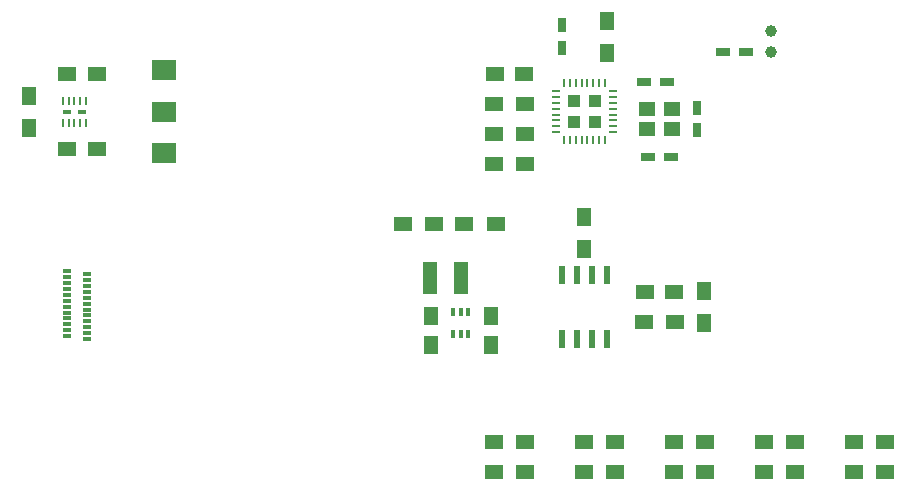
<source format=gbr>
G04 #@! TF.FileFunction,Paste,Top*
%FSLAX46Y46*%
G04 Gerber Fmt 4.6, Leading zero omitted, Abs format (unit mm)*
G04 Created by KiCad (PCBNEW 4.0.7) date 03/27/18 03:46:25*
%MOMM*%
%LPD*%
G01*
G04 APERTURE LIST*
%ADD10C,0.100000*%
%ADD11C,1.000000*%
%ADD12R,2.000000X1.700000*%
%ADD13R,1.250000X1.500000*%
%ADD14R,1.500000X1.250000*%
%ADD15R,0.750000X1.200000*%
%ADD16R,1.200000X0.750000*%
%ADD17R,1.500000X1.300000*%
%ADD18R,0.700000X0.300000*%
%ADD19R,1.200000X2.700000*%
%ADD20R,1.300000X1.500000*%
%ADD21R,0.250000X0.700000*%
%ADD22R,0.720000X0.384000*%
%ADD23R,0.600000X1.550000*%
%ADD24R,0.700000X0.250000*%
%ADD25R,1.035000X1.035000*%
%ADD26R,1.400000X1.200000*%
%ADD27R,0.400000X0.700000*%
G04 APERTURE END LIST*
D10*
D11*
X178355000Y-80010000D03*
X178355000Y-78235000D03*
D12*
X127000000Y-81590000D03*
X127000000Y-85090000D03*
X127000000Y-88590000D03*
D13*
X149523701Y-102353393D03*
X149523701Y-104853393D03*
D14*
X121265000Y-81915000D03*
X118765000Y-81915000D03*
D13*
X154603701Y-102373393D03*
X154603701Y-104873393D03*
D14*
X121265000Y-88265000D03*
X118765000Y-88265000D03*
D15*
X172085000Y-84775000D03*
X172085000Y-86675000D03*
D16*
X167960000Y-88900000D03*
X169860000Y-88900000D03*
D14*
X167660000Y-100330000D03*
X170160000Y-100330000D03*
D16*
X169540000Y-82550000D03*
X167640000Y-82550000D03*
X176210000Y-80010000D03*
X174310000Y-80010000D03*
D14*
X157460000Y-81915000D03*
X154960000Y-81915000D03*
D15*
X160655000Y-79690000D03*
X160655000Y-77790000D03*
D17*
X154860000Y-115570000D03*
X157560000Y-115570000D03*
X162480000Y-115570000D03*
X165180000Y-115570000D03*
X170100000Y-115570000D03*
X172800000Y-115570000D03*
X177720000Y-115570000D03*
X180420000Y-115570000D03*
X185340000Y-115570000D03*
X188040000Y-115570000D03*
D18*
X120445000Y-98850000D03*
X120445000Y-99350000D03*
X120445000Y-99850000D03*
X120445000Y-100350000D03*
X120445000Y-100850000D03*
X120445000Y-101350000D03*
X120445000Y-101850000D03*
X120445000Y-104350000D03*
X120445000Y-103350000D03*
X120445000Y-102850000D03*
X120445000Y-102350000D03*
X120445000Y-103850000D03*
X118745000Y-104100000D03*
X118745000Y-103600000D03*
X118745000Y-103100000D03*
X118745000Y-102600000D03*
X118745000Y-102100000D03*
X118745000Y-101600000D03*
X118745000Y-101100000D03*
X118745000Y-100600000D03*
X118745000Y-100100000D03*
X118745000Y-99600000D03*
X118745000Y-99100000D03*
X118745000Y-98600000D03*
D19*
X152093701Y-99158393D03*
X149493701Y-99158393D03*
D20*
X115570000Y-86440000D03*
X115570000Y-83740000D03*
D17*
X149860000Y-94615000D03*
X147160000Y-94615000D03*
X152400000Y-94615000D03*
X155100000Y-94615000D03*
X170260000Y-102870000D03*
X167560000Y-102870000D03*
D20*
X172720000Y-102950000D03*
X172720000Y-100250000D03*
X164465000Y-77390000D03*
X164465000Y-80090000D03*
X162560000Y-96680000D03*
X162560000Y-93980000D03*
D17*
X154860000Y-113030000D03*
X157560000Y-113030000D03*
X162480000Y-113030000D03*
X165180000Y-113030000D03*
X170100000Y-113030000D03*
X172800000Y-113030000D03*
X177720000Y-113030000D03*
X180420000Y-113030000D03*
X185340000Y-113030000D03*
X188040000Y-113030000D03*
X157560000Y-86995000D03*
X154860000Y-86995000D03*
X157560000Y-89535000D03*
X154860000Y-89535000D03*
X157560000Y-84455000D03*
X154860000Y-84455000D03*
D21*
X120380000Y-84192881D03*
X119880000Y-84192881D03*
X119380000Y-84192881D03*
X118880000Y-84192881D03*
X118380000Y-84192881D03*
X118380000Y-86042881D03*
X118880000Y-86042881D03*
X119380000Y-86042881D03*
X119880000Y-86042881D03*
X120380000Y-86042881D03*
D22*
X118780000Y-85117881D03*
X119980000Y-85117881D03*
D23*
X160655000Y-104300000D03*
X161925000Y-104300000D03*
X163195000Y-104300000D03*
X164465000Y-104300000D03*
X164465000Y-98900000D03*
X163195000Y-98900000D03*
X161925000Y-98900000D03*
X160655000Y-98900000D03*
D21*
X164310000Y-82690000D03*
X163810000Y-82690000D03*
X163310000Y-82690000D03*
X162810000Y-82690000D03*
X162310000Y-82690000D03*
X161810000Y-82690000D03*
X161310000Y-82690000D03*
X160810000Y-82690000D03*
D24*
X160160000Y-83340000D03*
X160160000Y-83840000D03*
X160160000Y-84340000D03*
X160160000Y-84840000D03*
X160160000Y-85340000D03*
X160160000Y-85840000D03*
X160160000Y-86340000D03*
X160160000Y-86840000D03*
D21*
X160810000Y-87490000D03*
X161310000Y-87490000D03*
X161810000Y-87490000D03*
X162310000Y-87490000D03*
X162810000Y-87490000D03*
X163310000Y-87490000D03*
X163810000Y-87490000D03*
X164310000Y-87490000D03*
D24*
X164960000Y-86840000D03*
X164960000Y-86340000D03*
X164960000Y-85840000D03*
X164960000Y-85340000D03*
X164960000Y-84840000D03*
X164960000Y-84340000D03*
X164960000Y-83840000D03*
X164960000Y-83340000D03*
D25*
X161697500Y-85952500D03*
X163422500Y-85952500D03*
X161697500Y-84227500D03*
X163422500Y-84227500D03*
D26*
X170010000Y-84875000D03*
X167810000Y-84875000D03*
X167810000Y-86575000D03*
X170010000Y-86575000D03*
D27*
X151413701Y-103918393D03*
X152063701Y-103918393D03*
X152713701Y-103918393D03*
X152713701Y-102018393D03*
X151413701Y-102018393D03*
X152063701Y-102018393D03*
M02*

</source>
